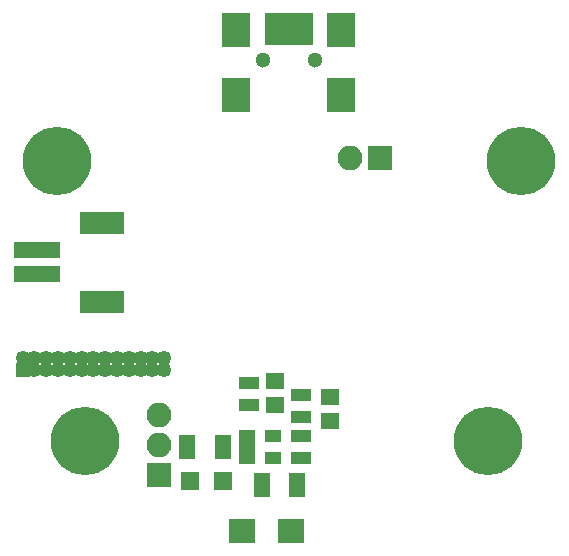
<source format=gbr>
G04 #@! TF.GenerationSoftware,KiCad,Pcbnew,(5.1.0)-1*
G04 #@! TF.CreationDate,2019-04-02T23:20:29-05:00*
G04 #@! TF.ProjectId,Avionics Board 1,4176696f-6e69-4637-9320-426f61726420,rev?*
G04 #@! TF.SameCoordinates,Original*
G04 #@! TF.FileFunction,Soldermask,Bot*
G04 #@! TF.FilePolarity,Negative*
%FSLAX46Y46*%
G04 Gerber Fmt 4.6, Leading zero omitted, Abs format (unit mm)*
G04 Created by KiCad (PCBNEW (5.1.0)-1) date 2019-04-02 23:20:29*
%MOMM*%
%LPD*%
G04 APERTURE LIST*
%ADD10R,2.300000X2.000000*%
%ADD11R,1.650000X1.400000*%
%ADD12C,1.300000*%
%ADD13C,5.800000*%
%ADD14R,2.100000X2.100000*%
%ADD15O,2.100000X2.100000*%
%ADD16R,1.400000X2.000000*%
%ADD17R,1.500000X1.500000*%
%ADD18R,3.800000X1.900000*%
%ADD19R,3.900000X1.400000*%
%ADD20R,0.900000X2.700000*%
%ADD21R,2.400000X2.900000*%
%ADD22R,1.700000X1.100000*%
%ADD23R,1.460000X1.050000*%
%ADD24O,1.250000X1.250000*%
%ADD25R,1.250000X1.250000*%
G04 APERTURE END LIST*
D10*
X41290000Y-124622000D03*
X45390000Y-124622000D03*
D11*
X48700000Y-115300000D03*
X48700000Y-113300000D03*
D12*
X47440000Y-84722000D03*
X43040000Y-84722000D03*
D13*
X64940000Y-93322000D03*
X62100000Y-117000000D03*
X25640000Y-93322000D03*
X28000000Y-117000000D03*
D14*
X52940000Y-93022000D03*
D15*
X50400000Y-93022000D03*
D16*
X36640000Y-117522000D03*
X39640000Y-117522000D03*
X45940000Y-120722000D03*
X42940000Y-120722000D03*
D17*
X36840000Y-120422000D03*
X39640000Y-120422000D03*
D18*
X29440000Y-98522000D03*
D19*
X23890000Y-100872000D03*
X23890000Y-102872000D03*
D18*
X29440000Y-105222000D03*
D20*
X46840000Y-82122000D03*
X46040000Y-82122000D03*
X45240000Y-82122000D03*
X44440000Y-82122000D03*
X43640000Y-82122000D03*
D21*
X49690000Y-82222000D03*
X49690000Y-87722000D03*
X40790000Y-82222000D03*
X40790000Y-87722000D03*
D12*
X47440000Y-84722000D03*
X43040000Y-84722000D03*
D14*
X34240000Y-119922000D03*
D15*
X34240000Y-117382000D03*
X34240000Y-114842000D03*
D22*
X46240000Y-118472000D03*
X46240000Y-116572000D03*
D23*
X41740000Y-118472000D03*
X41740000Y-117522000D03*
X41740000Y-116572000D03*
X43940000Y-116572000D03*
X43940000Y-118472000D03*
D22*
X41840000Y-113972000D03*
X41840000Y-112072000D03*
X46240000Y-113072000D03*
X46240000Y-114972000D03*
D11*
X44040000Y-113922000D03*
X44040000Y-111922000D03*
D24*
X34700000Y-110000000D03*
X34700000Y-111000000D03*
X33700000Y-110000000D03*
X33700000Y-111000000D03*
X32700000Y-110000000D03*
X32700000Y-111000000D03*
X31700000Y-110000000D03*
X31700000Y-111000000D03*
X30700000Y-110000000D03*
X30700000Y-111000000D03*
X29700000Y-110000000D03*
X29700000Y-111000000D03*
X28700000Y-110000000D03*
X28700000Y-111000000D03*
X27700000Y-110000000D03*
X27700000Y-111000000D03*
X26700000Y-110000000D03*
X26700000Y-111000000D03*
X25700000Y-110000000D03*
X25700000Y-111000000D03*
X24700000Y-110000000D03*
X24700000Y-111000000D03*
X23700000Y-110000000D03*
X23700000Y-111000000D03*
X22700000Y-110000000D03*
D25*
X22700000Y-111000000D03*
M02*

</source>
